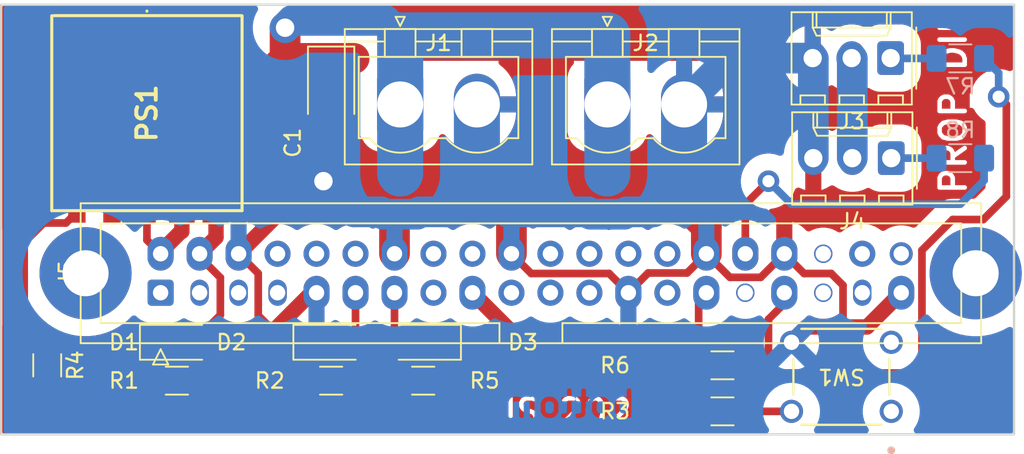
<source format=kicad_pcb>
(kicad_pcb (version 20241229) (generator "pcbnew") (generator_version "9.0")
  (layers (0 "F.Cu" signal) (2 "B.Cu" signal) (13 "F.Paste" user) (15 "B.Paste" user) (5 "F.SilkS" user "F.Silkscreen") (7 "B.SilkS" user "B.Silkscreen") (1 "F.Mask" user) (3 "B.Mask" user) (25 "Edge.Cuts" user))
  (net 0 "")
  (net 1 "GND")
  (net 2 "+3V3")
  (net 5 "Net-(J5-Pin_33)")
  (net 7 "/VBAT")
  (net 8 "Net-(PS1-TRIM)")
  (net 14 "+5V")
  (net 15 "Net-(D1-K)")
  (net 16 "Net-(D2-K)")
  (net 17 "Net-(D3-K)")
  (net 18 "/VS_SERVO")
  (net 19 "/SERVO_DIR_RPI")
  (net 20 "/PROPULSION_RPI")
  (net 21 "Net-(D2-A)")
  (net 22 "/BP1")
  (net 23 "Net-(D3-A)")
  (net 38 "Net-(J5-Pin_29)")
  (net 45 "Net-(J5-Pin_32)")
  (footprint "LED_SMD:LED_1206_3216Metric_Pad1.42x1.75mm_HandSolder" (layer "F.Cu") (at 125 107.5)
    (property "Reference" "D1" (at -3.5 0 0) (layer "F.SilkS"))
    (property "Value" "LED")
    (fp_line (start -2.46 -1.135) (end -2.46 1.135) (stroke (width 0.12)) (layer "F.SilkS"))
    (fp_line (start -2.46 1.135) (end 1.6 1.135) (stroke (width 0.12)) (layer "F.SilkS"))
    (fp_line (start 1.6 -1.135) (end -2.46 -1.135) (stroke (width 0.12)) (layer "F.SilkS"))
    (pad "1" smd roundrect (at -1.4875 0) (size 1.425 1.75) (layers "F.Cu" "F.Mask" "F.Paste") (roundrect_rratio 0.175439) (net 15 "Net-(D1-K)"))
    (pad "2" smd roundrect (at 1.4875 0) (size 1.425 1.75) (layers "F.Cu" "F.Mask" "F.Paste") (roundrect_rratio 0.175439) (net 14 "+5V"))
  )
  (footprint "Resistor_SMD:R_1206_3216Metric_Pad1.30x1.75mm_HandSolder" (layer "F.Cu") (at 160.5 109 180)
    (property "Reference" "R6" (at 7 0 0) (layer "F.SilkS"))
    (property "Value" "560")
    (fp_line (start -0.727064 0.91) (end 0.727064 0.91) (stroke (width 0.12)) (layer "F.SilkS"))
    (fp_line (start -0.727064 -0.91) (end 0.727064 -0.91) (stroke (width 0.12)) (layer "F.SilkS"))
    (pad "1" smd roundrect (at -1.55 0 180) (size 1.3 1.75) (layers "F.Cu" "F.Mask" "F.Paste") (roundrect_rratio 0.192308) (net 22 "/BP1"))
    (pad "2" smd roundrect (at 1.55 0 180) (size 1.3 1.75) (layers "F.Cu" "F.Mask" "F.Paste") (roundrect_rratio 0.192308) (net 38 "Net-(J5-Pin_29)"))
  )
  (footprint "Resistor_SMD:R_1206_3216Metric_Pad1.30x1.75mm_HandSolder" (layer "F.Cu") (at 116.5 109 -90)
    (property "Reference" "R4" (at 0 -1.83 90) (layer "F.SilkS"))
    (property "Value" "1.34k")
    (fp_line (start -0.727064 0.91) (end 0.727064 0.91) (stroke (width 0.12)) (layer "F.SilkS"))
    (fp_line (start -0.727064 -0.91) (end 0.727064 -0.91) (stroke (width 0.12)) (layer "F.SilkS"))
    (pad "1" smd roundrect (at -1.55 0 270) (size 1.3 1.75) (layers "F.Cu" "F.Mask" "F.Paste") (roundrect_rratio 0.192308) (net 8 "Net-(PS1-TRIM)"))
    (pad "2" smd roundrect (at 1.55 0 270) (size 1.3 1.75) (layers "F.Cu" "F.Mask" "F.Paste") (roundrect_rratio 0.192308) (net 1 "GND"))
  )
  (footprint "LibAJ:OKLT6W12NC" (layer "F.Cu") (at 122.997799 92.571985 -90)
    (property "Reference" "PS1" (at 0 0 90) (layer "F.SilkS") (effects (font (size 1.27 1.27) (thickness 0.254))))
    (property "Value" "OKL-T_6-W12N-C" (hide yes))
    (fp_line (start 6.35 6.2) (end -6.35 6.2) (stroke (width 0.2)) (layer "F.SilkS"))
    (fp_line (start -6.357704 6.067906) (end -6.357704 -6.122094) (stroke (width 0.2)) (layer "F.SilkS"))
    (fp_line (start -6.7 0) (end -6.7 0) (stroke (width 0.1)) (layer "F.SilkS"))
    (fp_line (start -6.6 0) (end -6.6 0) (stroke (width 0.1)) (layer "F.SilkS"))
    (fp_line (start -6.35 -6.2) (end 6.35 -6.2) (stroke (width 0.2)) (layer "F.SilkS"))
    (fp_line (start 6.35 -6.2) (end 6.35 6.2) (stroke (width 0.2)) (layer "F.SilkS"))
    (fp_arc (start -6.7 0) (mid -6.65 -0.05) (end -6.6 0) (stroke (width 0.1)) (layer "F.SilkS"))
    (fp_arc (start -6.6 0) (mid -6.65 0.05) (end -6.7 0) (stroke (width 0.1)) (layer "F.SilkS"))
    (pad "1" smd rect (at -5.571985 -0.002201 270) (size 3.14897 1.140588) (layers "F.Cu" "F.Mask" "F.Paste"))
    (pad "2" smd rect (at -5.571199 -4.580099 270) (size 3.136742 1.66972) (layers "F.Cu" "F.Mask" "F.Paste") (net 7 "/VBAT"))
    (pad "2" smd rect (at -3.43 -4.57) (size 1.905 4.19) (layers "F.Cu" "F.Mask" "F.Paste") (net 7 "/VBAT"))
    (pad "2" smd rect (at -2.334431 -5.567997) (size 3.136742 1.66972) (layers "F.Cu" "F.Mask" "F.Paste") (net 7 "/VBAT"))
    (pad "3" smd rect (at -0.001071 -5.567997) (size 3.136742 1.66972) (layers "F.Cu" "F.Mask" "F.Paste") (net 1 "GND"))
    (pad "3" smd rect (at 1.14 -4.57) (size 1.905 4.19) (layers "F.Cu" "F.Mask" "F.Paste") (net 1 "GND"))
    (pad "3" smd rect (at 2.252402 -5.567997) (size 3.136742 1.66972) (layers "F.Cu" "F.Mask" "F.Paste") (net 1 "GND"))
    (pad "4" smd rect (at 4.57 -3.43 270) (size 1.905 4.19) (layers "F.Cu" "F.Mask" "F.Paste") (net 14 "+5V"))
    (pad "4" smd rect (at 5.56329 -4.46102 270) (size 3.136742 1.66972) (layers "F.Cu" "F.Mask" "F.Paste") (net 14 "+5V"))
    (pad "4" smd rect (at 5.578669 -2.277179 270) (size 3.136742 1.66972) (layers "F.Cu" "F.Mask" "F.Paste") (net 14 "+5V"))
    (pad "5" smd rect (at 5.565871 -0.002196 270) (size 3.136742 1.140579) (layers "F.Cu" "F.Mask" "F.Paste") (net 14 "+5V"))
    (pad "6" smd rect (at 5.565871 4.564898 270) (size 3.136742 1.134796) (layers "F.Cu" "F.Mask" "F.Paste") (net 8 "Net-(PS1-TRIM)"))
    (pad "7" smd rect (at -0.004835 5.574903 270) (size 1.135296 3.154807) (layers "F.Cu" "F.Mask" "F.Paste") (net 1 "GND"))
    (pad "8" smd rect (at -2.287686 5.581296 270) (size 1.14958 3.167592) (layers "F.Cu" "F.Mask" "F.Paste"))
    (pad "9" smd rect (at -5.565593 4.564898 270) (size 3.136186 1.134796) (layers "F.Cu" "F.Mask" "F.Paste"))
    (pad "10" smd rect (at -5.571985 2.280651 270) (size 3.14897 1.126302) (layers "F.Cu" "F.Mask" "F.Paste"))
    (pad "11" smd rect (at 5.565871 2.280651 270) (size 3.136742 1.126302) (layers "F.Cu" "F.Mask" "F.Paste"))
    (pad "12" smd rect (at 2.284403 5.574903 270) (size 1.133807 3.154807) (layers "F.Cu" "F.Mask" "F.Paste"))
  )
  (footprint "LibAJ:SW_B3F-1060_OMR" (layer "F.Cu") (at 171.500002 112 180)
    (property "Reference" "SW1" (at 3.250001 2.250001 180) (layer "F.SilkS"))
    (property "Value" "B3F-1060" (hide yes))
    (fp_line (start 6.377003 3.420245) (end 6.377003 1.079756) (stroke (width 0.1524)) (layer "F.SilkS"))
    (fp_line (start 5.85823 -0.877001) (end 0.641772 -0.877001) (stroke (width 0.1524)) (layer "F.SilkS"))
    (fp_line (start 0.641772 5.377002) (end 5.85823 5.377002) (stroke (width 0.1524)) (layer "F.SilkS"))
    (fp_line (start 0.122999 1.079756) (end 0.122999 3.420245) (stroke (width 0.1524)) (layer "F.SilkS"))
    (fp_circle (center 0 -2.54) (end 0.127 -2.54) (stroke (width 0.254)) (fill no) (layer "F.SilkS"))
    (fp_circle (center 0 -2.54) (end 0.127 -2.54) (stroke (width 0.254)) (fill no) (layer "B.SilkS"))
    (pad "1" thru_hole circle (at 0 0 180) (size 1.507998 1.507998) (drill 0.999998) (layers "*.Cu" "*.Mask"))
    (pad "2" thru_hole circle (at 6.500002 0 180) (size 1.507998 1.507998) (drill 0.999998) (layers "*.Cu" "*.Mask") (net 22 "/BP1"))
    (pad "3" thru_hole circle (at 0 4.500001 180) (size 1.507998 1.507998) (drill 0.999998) (layers "*.Cu" "*.Mask"))
    (pad "4" thru_hole circle (at 6.500002 4.500001 180) (size 1.507998 1.507998) (drill 0.999998) (layers "*.Cu" "*.Mask") (net 1 "GND"))
  )
  (footprint "Connector_Molex:Molex_KK-254_AE-6410-03A_1x03_P2.54mm_Vertical" (layer "F.Cu") (at 171.5 95.5 180)
    (property "Reference" "J4" (at 2.54 -4.12 0) (layer "F.SilkS"))
    (property "Value" "Conn_01x03_Pin" (hide yes))
    (fp_line (start 6.46 2.99) (end 6.46 -3.03) (stroke (width 0.12)) (layer "F.SilkS"))
    (fp_line (start 6.46 -3.03) (end -1.38 -3.03) (stroke (width 0.12)) (layer "F.SilkS"))
    (fp_line (start 5.88 -2.43) (end 5.88 -3.03) (stroke (width 0.12)) (layer "F.SilkS"))
    (fp_line (start 5.08 1.99) (end 5.08 2.99) (stroke (width 0.12)) (layer "F.SilkS"))
    (fp_line (start 4.83 2.99) (end 4.83 1.99) (stroke (width 0.12)) (layer "F.SilkS"))
    (fp_line (start 4.83 1.46) (end 5.08 1.99) (stroke (width 0.12)) (layer "F.SilkS"))
    (fp_line (start 4.28 -2.43) (end 5.88 -2.43) (stroke (width 0.12)) (layer "F.SilkS"))
    (fp_line (start 4.28 -3.03) (end 4.28 -2.43) (stroke (width 0.12)) (layer "F.SilkS"))
    (fp_line (start 3.34 -2.43) (end 3.34 -3.03) (stroke (width 0.12)) (layer "F.SilkS"))
    (fp_line (start 1.74 -2.43) (end 3.34 -2.43) (stroke (width 0.12)) (layer "F.SilkS"))
    (fp_line (start 1.74 -3.03) (end 1.74 -2.43) (stroke (width 0.12)) (layer "F.SilkS"))
    (fp_line (start 0.8 -2.43) (end 0.8 -3.03) (stroke (width 0.12)) (layer "F.SilkS"))
    (fp_line (start 0.25 2.99) (end 0.25 1.99) (stroke (width 0.12)) (layer "F.SilkS"))
    (fp_line (start 0.25 1.46) (end 4.83 1.46) (stroke (width 0.12)) (layer "F.SilkS"))
    (fp_line (start 0 2.99) (end 0 1.99) (stroke (width 0.12)) (layer "F.SilkS"))
    (fp_line (start 0 1.99) (end 5.08 1.99) (stroke (width 0.12)) (layer "F.SilkS"))
    (fp_line (start 0 1.99) (end 0.25 1.46) (stroke (width 0.12)) (layer "F.SilkS"))
    (fp_line (start -0.8 -2.43) (end 0.8 -2.43) (stroke (width 0.12)) (layer "F.SilkS"))
    (fp_line (start -0.8 -3.03) (end -0.8 -2.43) (stroke (width 0.12)) (layer "F.SilkS"))
    (fp_line (start -1.38 2.99) (end 6.46 2.99) (stroke (width 0.12)) (layer "F.SilkS"))
    (fp_line (start -1.38 -3.03) (end -1.38 2.99) (stroke (width 0.12)) (layer "F.SilkS"))
    (fp_line (start -1.67 -2) (end -1.67 2) (stroke (width 0.12)) (layer "F.SilkS"))
    (pad "1" thru_hole roundrect (at 0 0 180) (size 1.74 2.19) (drill 1.19) (layers "*.Cu" "*.Mask") (roundrect_rratio 0.143678) (net 20 "/PROPULSION_RPI"))
    (pad "2" thru_hole oval (at 2.54 0 180) (size 1.74 2.19) (drill 1.19) (layers "*.Cu" "*.Mask") (net 18 "/VS_SERVO"))
    (pad "3" thru_hole oval (at 5.08 0 180) (size 1.74 2.19) (drill 1.19) (layers "*.Cu" "*.Mask") (net 1 "GND"))
  )
  (footprint "Resistor_SMD:R_1206_3216Metric_Pad1.30x1.75mm_HandSolder" (layer "F.Cu") (at 135 110 180)
    (property "Reference" "R2" (at 4 0 0) (layer "F.SilkS"))
    (property "Value" "1k")
    (fp_line (start -0.727064 0.91) (end 0.727064 0.91) (stroke (width 0.12)) (layer "F.SilkS"))
    (fp_line (start -0.727064 -0.91) (end 0.727064 -0.91) (stroke (width 0.12)) (layer "F.SilkS"))
    (pad "1" smd roundrect (at -1.55 0 180) (size 1.3 1.75) (layers "F.Cu" "F.Mask" "F.Paste") (roundrect_rratio 0.192308) (net 1 "GND"))
    (pad "2" smd roundrect (at 1.55 0 180) (size 1.3 1.75) (layers "F.Cu" "F.Mask" "F.Paste") (roundrect_rratio 0.192308) (net 16 "Net-(D2-K)"))
  )
  (footprint "Connector_Phoenix_MSTB:PhoenixContact_MSTBVA_2,5_2-G_1x02_P5.00mm_Vertical" (layer "F.Cu") (at 139.5 92)
    (property "Reference" "J1" (at 2.5 -4 0) (layer "F.SilkS"))
    (property "Value" "Conn_01x02" (hide yes))
    (fp_line (start -3.61 -4.91) (end -3.61 3.91) (stroke (width 0.12)) (layer "F.SilkS"))
    (fp_line (start -3.61 -4.1) (end -1.11 -4.1) (stroke (width 0.12)) (layer "F.SilkS"))
    (fp_line (start -3.61 3.91) (end 8.61 3.91) (stroke (width 0.12)) (layer "F.SilkS"))
    (fp_line (start -2.7 -3.1) (end 7.7 -3.1) (stroke (width 0.12)) (layer "F.SilkS"))
    (fp_line (start -2.7 2.2) (end -2.7 -3.1) (stroke (width 0.12)) (layer "F.SilkS"))
    (fp_line (start -2 2.2) (end -2.7 2.2) (stroke (width 0.12)) (layer "F.SilkS"))
    (fp_line (start -1 -4.91) (end 1 -4.91) (stroke (width 0.12)) (layer "F.SilkS"))
    (fp_line (start -1 -3.1) (end -1 -4.91) (stroke (width 0.12)) (layer "F.SilkS"))
    (fp_line (start -0.3 -5.71) (end 0.3 -5.71) (stroke (width 0.12)) (layer "F.SilkS"))
    (fp_line (start 0 -5.11) (end -0.3 -5.71) (stroke (width 0.12)) (layer "F.SilkS"))
    (fp_line (start 0.3 -5.71) (end 0 -5.11) (stroke (width 0.12)) (layer "F.SilkS"))
    (fp_line (start 1 -4.91) (end 1 -3.1) (stroke (width 0.12)) (layer "F.SilkS"))
    (fp_line (start 1 -4.1) (end 4 -4.1) (stroke (width 0.12)) (layer "F.SilkS"))
    (fp_line (start 1 -3.1) (end -1 -3.1) (stroke (width 0.12)) (layer "F.SilkS"))
    (fp_line (start 2 2.2) (end 3 2.2) (stroke (width 0.12)) (layer "F.SilkS"))
    (fp_line (start 4 -4.91) (end 6 -4.91) (stroke (width 0.12)) (layer "F.SilkS"))
    (fp_line (start 4 -3.1) (end 4 -4.91) (stroke (width 0.12)) (layer "F.SilkS"))
    (fp_line (start 6 -4.91) (end 6 -3.1) (stroke (width 0.12)) (layer "F.SilkS"))
    (fp_line (start 6 -3.1) (end 4 -3.1) (stroke (width 0.12)) (layer "F.SilkS"))
    (fp_line (start 7.7 -3.1) (end 7.7 2.2) (stroke (width 0.12)) (layer "F.SilkS"))
    (fp_line (start 7.7 2.2) (end 7 2.2) (stroke (width 0.12)) (layer "F.SilkS"))
    (fp_line (start 8.61 -4.91) (end -3.61 -4.91) (stroke (width 0.12)) (layer "F.SilkS"))
    (fp_line (start 8.61 -4.1) (end 6.11 -4.1) (stroke (width 0.12)) (layer "F.SilkS"))
    (fp_line (start 8.61 3.91) (end 8.61 -4.91) (stroke (width 0.12)) (layer "F.SilkS"))
    (fp_arc (start 1.986842 2.215821) (mid -0.010289 3.142758) (end -2 2.2) (stroke (width 0.12)) (layer "F.SilkS"))
    (fp_arc (start 6.986842 2.215821) (mid 4.989711 3.142758) (end 3 2.2) (stroke (width 0.12)) (layer "F.SilkS"))
    (pad "1" thru_hole roundrect (at 0 0) (size 3 4) (drill 3) (layers "*.Cu" "*.Mask") (roundrect_rratio 0.125) (net 7 "/VBAT"))
    (pad "2" thru_hole oval (at 5 0) (size 3 4) (drill 3) (layers "*.Cu" "*.Mask") (net 1 "GND"))
  )
  (footprint "Connector_Phoenix_MSTB:PhoenixContact_MSTBVA_2,5_2-G_1x02_P5.00mm_Vertical" (layer "F.Cu") (at 153 92)
    (property "Reference" "J2" (at 2.5 -4 0) (layer "F.SilkS"))
    (property "Value" "Conn_01x02" (hide yes))
    (fp_line (start -3.61 -4.91) (end -3.61 3.91) (stroke (width 0.12)) (layer "F.SilkS"))
    (fp_line (start -3.61 -4.1) (end -1.11 -4.1) (stroke (width 0.12)) (layer "F.SilkS"))
    (fp_line (start -3.61 3.91) (end 8.61 3.91) (stroke (width 0.12)) (layer "F.SilkS"))
    (fp_line (start -2.7 -3.1) (end 7.7 -3.1) (stroke (width 0.12)) (layer "F.SilkS"))
    (fp_line (start -2.7 2.2) (end -2.7 -3.1) (stroke (width 0.12)) (layer "F.SilkS"))
    (fp_line (start -2 2.2) (end -2.7 2.2) (stroke (width 0.12)) (layer "F.SilkS"))
    (fp_line (start -1 -4.91) (end 1 -4.91) (stroke (width 0.12)) (layer "F.SilkS"))
    (fp_line (start -1 -3.1) (end -1 -4.91) (stroke (width 0.12)) (layer "F.SilkS"))
    (fp_line (start -0.3 -5.71) (end 0.3 -5.71) (stroke (width 0.12)) (layer "F.SilkS"))
    (fp_line (start 0 -5.11) (end -0.3 -5.71) (stroke (width 0.12)) (layer "F.SilkS"))
    (fp_line (start 0.3 -5.71) (end 0 -5.11) (stroke (width 0.12)) (layer "F.SilkS"))
    (fp_line (start 1 -4.91) (end 1 -3.1) (stroke (width 0.12)) (layer "F.SilkS"))
    (fp_line (start 1 -4.1) (end 4 -4.1) (stroke (width 0.12)) (layer "F.SilkS"))
    (fp_line (start 1 -3.1) (end -1 -3.1) (stroke (width 0.12)) (layer "F.SilkS"))
    (fp_line (start 2 2.2) (end 3 2.2) (stroke (width 0.12)) (layer "F.SilkS"))
    (fp_line (start 4 -4.91) (end 6 -4.91) (stroke (width 0.12)) (layer "F.SilkS"))
    (fp_line (start 4 -3.1) (end 4 -4.91) (stroke (width 0.12)) (layer "F.SilkS"))
    (fp_line (start 6 -4.91) (end 6 -3.1) (stroke (width 0.12)) (layer "F.SilkS"))
    (fp_line (start 6 -3.1) (end 4 -3.1) (stroke (width 0.12)) (layer "F.SilkS"))
    (fp_line (start 7.7 -3.1) (end 7.7 2.2) (stroke (width 0.12)) (layer "F.SilkS"))
    (fp_line (start 7.7 2.2) (end 7 2.2) (stroke (width 0.12)) (layer "F.SilkS"))
    (fp_line (start 8.61 -4.91) (end -3.61 -4.91) (stroke (width 0.12)) (layer "F.SilkS"))
    (fp_line (start 8.61 -4.1) (end 6.11 -4.1) (stroke (width 0.12)) (layer "F.SilkS"))
    (fp_line (start 8.61 3.91) (end 8.61 -4.91) (stroke (width 0.12)) (layer "F.SilkS"))
    (fp_arc (start 1.986842 2.215821) (mid -0.010289 3.142758) (end -2 2.2) (stroke (width 0.12)) (layer "F.SilkS"))
    (fp_arc (start 6.986842 2.215821) (mid 4.989711 3.142758) (end 3 2.2) (stroke (width 0.12)) (layer "F.SilkS"))
    (pad "1" thru_hole roundrect (at 0 0) (size 3 4) (drill 3) (layers "*.Cu" "*.Mask") (roundrect_rratio 0.125) (net 7 "/VBAT"))
    (pad "2" thru_hole oval (at 5 0) (size 3 4) (drill 3) (layers "*.Cu" "*.Mask") (net 1 "GND"))
  )
  (footprint "dummyfp1" (layer "F.Cu") (at 178.5011 103.3786)
    (property "Reference" "UNK_HOLE_1" (hide yes))
    (property "Value" "")
    (pad "" np_thru_hole circle (at -1.5011 -0.3786) (size 6 6) (drill 3) (layers "*.Cu" "*.Mask"))
  )
  (footprint "dummyfp0" (layer "F.Cu") (at 119 103)
    (property "Reference" "UNK_HOLE_0" (hide yes))
    (property "Value" "")
    (pad "" np_thru_hole circle (at 0 0) (size 6 6) (drill 3) (layers "*.Cu" "*.Mask"))
  )
  (footprint "Resistor_SMD:R_1206_3216Metric_Pad1.30x1.75mm_HandSolder" (layer "F.Cu") (at 124.95 110)
    (property "Reference" "R1" (at -3.45 0 0) (layer "F.SilkS"))
    (property "Value" "1k")
    (fp_line (start -0.727064 -0.91) (end 0.727064 -0.91) (stroke (width 0.12)) (layer "F.SilkS"))
    (fp_line (start -0.727064 0.91) (end 0.727064 0.91) (stroke (width 0.12)) (layer "F.SilkS"))
    (pad "1" smd roundrect (at -1.55 0) (size 1.3 1.75) (layers "F.Cu" "F.Mask" "F.Paste") (roundrect_rratio 0.192308) (net 15 "Net-(D1-K)"))
    (pad "2" smd roundrect (at 1.55 0) (size 1.3 1.75) (layers "F.Cu" "F.Mask" "F.Paste") (roundrect_rratio 0.192308) (net 1 "GND"))
  )
  (footprint "LED_SMD:LED_1206_3216Metric_Pad1.42x1.75mm_HandSolder" (layer "F.Cu") (at 141 107.5 180)
    (property "Reference" "D3" (at -6.5 0 0) (layer "F.SilkS"))
    (property "Value" "LED")
    (fp_line (start 1.6 -1.135) (end -2.46 -1.135) (stroke (width 0.12)) (layer "F.SilkS"))
    (fp_line (start -2.46 1.135) (end 1.6 1.135) (stroke (width 0.12)) (layer "F.SilkS"))
    (fp_line (start -2.46 -1.135) (end -2.46 1.135) (stroke (width 0.12)) (layer "F.SilkS"))
    (pad "1" smd roundrect (at -1.4875 0 180) (size 1.425 1.75) (layers "F.Cu" "F.Mask" "F.Paste") (roundrect_rratio 0.175439) (net 17 "Net-(D3-K)"))
    (pad "2" smd roundrect (at 1.4875 0 180) (size 1.425 1.75) (layers "F.Cu" "F.Mask" "F.Paste") (roundrect_rratio 0.175439) (net 23 "Net-(D3-A)"))
  )
  (footprint "Connector_IDC:IDC-Header_2x20_P2.54mm_Vertical" (layer "F.Cu") (at 123.89 104.27 90)
    (property "Reference" "J5" (at 1.27 -6.1 90) (layer "F.SilkS"))
    (property "Value" "Conn_02x20_Odd_Even" (hide yes))
    (fp_line (start 5.83 -5.21) (end 5.83 53.47) (stroke (width 0.12)) (layer "F.SilkS"))
    (fp_line (start -3.29 -5.21) (end 5.83 -5.21) (stroke (width 0.12)) (layer "F.SilkS"))
    (fp_line (start 4.52 -3.91) (end 4.52 52.17) (stroke (width 0.12)) (layer "F.SilkS"))
    (fp_line (start -1.98 -3.91) (end 4.52 -3.91) (stroke (width 0.12)) (layer "F.SilkS"))
    (fp_line (start -4.68 -0.5) (end -4.68 0.5) (stroke (width 0.12)) (layer "F.SilkS"))
    (fp_line (start -3.68 0) (end -4.68 -0.5) (stroke (width 0.12)) (layer "F.SilkS"))
    (fp_line (start -4.68 0.5) (end -3.68 0) (stroke (width 0.12)) (layer "F.SilkS"))
    (fp_line (start -1.98 22.08) (end -1.98 -3.91) (stroke (width 0.12)) (layer "F.SilkS"))
    (fp_line (start -3.29 22.08) (end -1.98 22.08) (stroke (width 0.12)) (layer "F.SilkS"))
    (fp_line (start -1.98 26.18) (end -3.29 26.18) (stroke (width 0.12)) (layer "F.SilkS"))
    (fp_line (start 4.52 52.17) (end -1.98 52.17) (stroke (width 0.12)) (layer "F.SilkS"))
    (fp_line (start -1.98 52.17) (end -1.98 26.18) (stroke (width 0.12)) (layer "F.SilkS"))
    (fp_line (start 5.83 53.47) (end -3.29 53.47) (stroke (width 0.12)) (layer "F.SilkS"))
    (fp_line (start -3.29 53.47) (end -3.29 -5.21) (stroke (width 0.12)) (layer "F.SilkS"))
    (pad "1" thru_hole roundrect (at 0 0 90) (size 1.7 1.7) (drill 1) (layers "*.Cu" "*.Mask") (roundrect_rratio 0.147059) (net 2 "+3V3"))
    (pad "2" thru_hole oval (at 2.54 0 90) (size 2.2 1.7) (drill 1) (layers "*.Cu" "*.Mask") (net 14 "+5V"))
    (pad "3" thru_hole oval (at 0 2.54 90) (size 1.7 1.2) (drill 1) (layers "*.Cu" "*.Mask"))
    (pad "4" thru_hole oval (at 2.54 2.54 90) (size 2.2 1.7) (drill 1) (layers "*.Cu" "*.Mask") (net 14 "+5V"))
    (pad "5" thru_hole oval (at 0 5.08 90) (size 1.7 1.2) (drill 1) (layers "*.Cu" "*.Mask"))
    (pad "6" thru_hole oval (at 2.54 5.08 90) (size 2.2 1.7) (drill 1) (layers "*.Cu" "*.Mask") (net 1 "GND"))
    (pad "7" thru_hole oval (at 0 7.62 90) (size 1.7 1.2) (drill 1) (layers "*.Cu" "*.Mask"))
    (pad "8" thru_hole circle (at 2.54 7.62 90) (size 1.7 1.7) (drill 1) (layers "*.Cu" "*.Mask"))
    (pad "9" thru_hole oval (at 0 10.16 90) (size 2.2 1.7) (drill 1) (layers "*.Cu" "*.Mask") (net 1 "GND"))
    (pad "10" thru_hole circle (at 2.54 10.16 90) (size 1.7 1.7) (drill 1) (layers "*.Cu" "*.Mask"))
    (pad "11" thru_hole oval (at 0 12.7 90) (size 2.2 1.7) (drill 1) (layers "*.Cu" "*.Mask") (net 21 "Net-(D2-A)"))
    (pad "12" thru_hole circle (at 2.54 12.7 90) (size 1.7 1.7) (drill 1) (layers "*.Cu" "*.Mask"))
    (pad "13" thru_hole oval (at 0 15.24 90) (size 2.2 1.7) (drill 1) (layers "*.Cu" "*.Mask") (net 23 "Net-(D3-A)"))
    (pad "14" thru_hole oval (at 2.54 15.24 90) (size 2.2 1.7) (drill 1) (layers "*.Cu" "*.Mask") (net 1 "GND"))
    (pad "15" thru_hole circle (at 0 17.78 90) (size 1.7 1.7) (drill 1) (layers "*.Cu" "*.Mask"))
    (pad "16" thru_hole circle (at 2.54 17.78 90) (size 1.7 1.7) (drill 1) (layers "*.Cu" "*.Mask"))
    (pad "17" thru_hole oval (at 0 20.32 90) (size 2.2 1.7) (drill 1) (layers "*.Cu" "*.Mask") (net 2 "+3V3"))
    (pad "18" thru_hole circle (at 2.54 20.32 90) (size 1.7 1.7) (drill 1) (layers "*.Cu" "*.Mask"))
    (pad "19" thru_hole circle (at 0 22.86 90) (size 1.7 1.7) (drill 1) (layers "*.Cu" "*.Mask"))
    (pad "20" thru_hole oval (at 2.54 22.86 90) (size 2.2 1.7) (drill 1) (layers "*.Cu" "*.Mask") (net 1 "GND"))
    (pad "21" thru_hole circle (at 0 25.4 90) (size 1.7 1.7) (drill 1) (layers "*.Cu" "*.Mask"))
    (pad "22" thru_hole circle (at 2.54 25.4 90) (size 1.7 1.7) (drill 1) (layers "*.Cu" "*.Mask"))
    (pad "23" thru_hole circle (at 0 27.94 90) (size 1.7 1.7) (drill 1) (layers "*.Cu" "*.Mask"))
    (pad "24" thru_hole circle (at 2.54 27.94 90) (size 1.7 1.7) (drill 1) (layers "*.Cu" "*.Mask"))
    (pad "25" thru_hole oval (at 0 30.48 90) (size 2.2 1.7) (drill 1) (layers "*.Cu" "*.Mask") (net 1 "GND"))
    (pad "26" thru_hole circle (at 2.54 30.48 90) (size 1.7 1.7) (drill 1) (layers "*.Cu" "*.Mask"))
    (pad "27" thru_hole circle (at 0 33.02 90) (size 1.7 1.7) (drill 1) (layers "*.Cu" "*.Mask"))
    (pad "28" thru_hole circle (at 2.54 33.02 90) (size 1.7 1.7) (drill 1) (layers "*.Cu" "*.Mask"))
    (pad "29" thru_hole oval (at 0 35.56 90) (size 2.2 1.7) (drill 1) (layers "*.Cu" "*.Mask") (net 38 "Net-(J5-Pin_29)"))
    (pad "30" thru_hole oval (at 2.54 35.56 90) (size 2.2 1.7) (drill 1) (layers "*.Cu" "*.Mask") (net 1 "GND"))
    (pad "31" thru_hole circle (at 0 38.1 90) (size 1.2 1.2) (drill 1) (layers "*.Cu" "*.Mask"))
    (pad "32" thru_hole oval (at 2.54 38.1 90) (size 2.2 1.7) (drill 1) (layers "*.Cu" "*.Mask") (net 45 "Net-(J5-Pin_32)"))
    (pad "33" thru_hole oval (at 0 40.64 90) (size 2.2 1.7) (drill 1) (layers "*.Cu" "*.Mask") (net 5 "Net-(J5-Pin_33)"))
    (pad "34" thru_hole oval (at 2.54 40.64 90) (size 2.2 1.7) (drill 1) (layers "*.Cu" "*.Mask") (net 1 "GND"))
    (pad "35" thru_hole circle (at 0 43.18 90) (size 1.2 1.2) (drill 1) (layers "*.Cu" "*.Mask"))
    (pad "36" thru_hole circle (at 2.54 43.18 90) (size 1.2 1.2) (drill 1) (layers "*.Cu" "*.Mask"))
    (pad "37" thru_hole oval (at 0 45.72 90) (size 1.7 1.2) (drill 1) (layers "*.Cu" "*.Mask"))
    (pad "38" thru_hole circle (at 2.54 45.72 90) (size 1.7 1.7) (drill 1) (layers "*.Cu" "*.Mask"))
    (pad "39" thru_hole oval (at 0 48.26 90) (size 2.2 1.7) (drill 1) (layers "*.Cu" "*.Mask") (net 1 "GND"))
    (pad "40" thru_hole circle (at 2.54 48.26 90) (size 1.5 1.5) (drill 1) (layers "*.Cu" "*.Mask"))
  )
  (footprint "Capacitor_Tantalum_SMD:CP_EIA-3528-12_Kemet-T_HandSolder" (layer "F.Cu") (at 135 90.8725 -90)
    (property "Reference" "C1" (at 3.6275 2.5 90) (layer "F.SilkS"))
    (property "Value" "100u")
    (fp_line (start -2.645 1.51) (end 1.75 1.51) (stroke (width 0.12)) (layer "F.SilkS"))
    (fp_line (start -2.645 -1.51) (end -2.645 1.51) (stroke (width 0.12)) (layer "F.SilkS"))
    (fp_line (start 1.75 -1.51) (end -2.645 -1.51) (stroke (width 0.12)) (layer "F.SilkS"))
    (pad "1" smd roundrect (at -1.6275 0 270) (size 1.515 2.39) (layers "F.Cu" "F.Mask" "F.Paste") (roundrect_rratio 0.165017) (net 7 "/VBAT"))
    (pad "2" smd roundrect (at 1.6275 0 270) (size 1.515 2.39) (layers "F.Cu" "F.Mask" "F.Paste") (roundrect_rratio 0.165017) (net 1 "GND"))
  )
  (footprint "Connector_Molex:Molex_KK-254_AE-6410-03A_1x03_P2.54mm_Vertical" (layer "F.Cu") (at 171.46 88.98 180)
    (property "Reference" "J3" (at 2.54 -4.12 0) (layer "F.SilkS"))
    (property "Value" "Conn_01x03_Pin" (hide yes))
    (fp_line (start 6.46 2.99) (end 6.46 -3.03) (stroke (width 0.12)) (layer "F.SilkS"))
    (fp_line (start 6.46 -3.03) (end -1.38 -3.03) (stroke (width 0.12)) (layer "F.SilkS"))
    (fp_line (start 5.88 -2.43) (end 5.88 -3.03) (stroke (width 0.12)) (layer "F.SilkS"))
    (fp_line (start 5.08 1.99) (end 5.08 2.99) (stroke (width 0.12)) (layer "F.SilkS"))
    (fp_line (start 4.83 2.99) (end 4.83 1.99) (stroke (width 0.12)) (layer "F.SilkS"))
    (fp_line (start 4.83 1.46) (end 5.08 1.99) (stroke (width 0.12)) (layer "F.SilkS"))
    (fp_line (start 4.28 -2.43) (end 5.88 -2.43) (stroke (width 0.12)) (layer "F.SilkS"))
    (fp_line (start 4.28 -3.03) (end 4.28 -2.43) (stroke (width 0.12)) (layer "F.SilkS"))
    (fp_line (start 3.34 -2.43) (end 3.34 -3.03) (stroke (width 0.12)) (layer "F.SilkS"))
    (fp_line (start 1.74 -2.43) (end 3.34 -2.43) (stroke (width 0.12)) (layer "F.SilkS"))
    (fp_line (start 1.74 -3.03) (end 1.74 -2.43) (stroke (width 0.12)) (layer "F.SilkS"))
    (fp_line (start 0.8 -2.43) (end 0.8 -3.03) (stroke (width 0.12)) (layer "F.SilkS"))
    (fp_line (start 0.25 2.99) (end 0.25 1.99) (stroke (width 0.12)) (layer "F.SilkS"))
    (fp_line (start 0.25 1.46) (end 4.83 1.46) (stroke (width 0.12)) (layer "F.SilkS"))
    (fp_line (start 0 2.99) (end 0 1.99) (stroke (width 0.12)) (layer "F.SilkS"))
    (fp_line (start 0 1.99) (end 5.08 1.99) (stroke (width 0.12)) (layer "F.SilkS"))
    (fp_line (start 0 1.99) (end 0.25 1.46) (stroke (width 0.12)) (layer "F.SilkS"))
    (fp_line (start -0.8 -2.43) (end 0.8 -2.43) (stroke (width 0.12)) (layer "F.SilkS"))
    (fp_line (start -0.8 -3.03) (end -0.8 -2.43) (stroke (width 0.12)) (layer "F.SilkS"))
    (fp_line (start -1.38 2.99) (end 6.46 2.99) (stroke (width 0.12)) (layer "F.SilkS"))
    (fp_line (start -1.38 -3.03) (end -1.38 2.99) (stroke (width 0.12)) (layer "F.SilkS"))
    (fp_line (start -1.67 -2) (end -1.67 2) (stroke (width 0.12)) (layer "F.SilkS"))
    (pad "1" thru_hole roundrect (at 0 0 180) (size 1.74 2.19) (drill 1.19) (layers "*.Cu" "*.Mask") (roundrect_rratio 0.143678) (net 19 "/SERVO_DIR_RPI"))
    (pad "2" thru_hole oval (at 2.54 0 180) (size 1.74 2.19) (drill 1.19) (layers "*.Cu" "*.Mask") (net 18 "/VS_SERVO"))
    (pad "3" thru_hole oval (at 5.08 0 180) (size 1.74 2.19) (drill 1.19) (layers "*.Cu" "*.Mask") (net 1 "GND"))
  )
  (footprint "Resistor_SMD:R_1206_3216Metric_Pad1.30x1.75mm_HandSolder" (layer "F.Cu") (at 160.5 112 180)
    (property "Reference" "R3" (at 7 0 0) (layer "F.SilkS"))
    (property "Value" "10k")
    (fp_line (start -0.727064 0.91) (end 0.727064 0.91) (stroke (width 0.12)) (layer "F.SilkS"))
    (fp_line (start -0.727064 -0.91) (end 0.727064 -0.91) (stroke (width 0.12)) (layer "F.SilkS"))
    (pad "1" smd roundrect (at -1.55 0 180) (size 1.3 1.75) (layers "F.Cu" "F.Mask" "F.Paste") (roundrect_rratio 0.192308) (net 22 "/BP1"))
    (pad "2" smd roundrect (at 1.55 0 180) (size 1.3 1.75) (layers "F.Cu" "F.Mask" "F.Paste") (roundrect_rratio 0.192308) (net 2 "+3V3"))
  )
  (footprint "Resistor_SMD:R_1206_3216Metric_Pad1.30x1.75mm_HandSolder" (layer "F.Cu") (at 141 110)
    (property "Reference" "R5" (at 4 0 0) (layer "F.SilkS"))
    (property "Value" "1k")
    (fp_line (start -0.727064 -0.91) (end 0.727064 -0.91) (stroke (width 0.12)) (layer "F.SilkS"))
    (fp_line (start -0.727064 0.91) (end 0.727064 0.91) (stroke (width 0.12)) (layer "F.SilkS"))
    (pad "1" smd roundrect (at -1.55 0) (size 1.3 1.75) (layers "F.Cu" "F.Mask" "F.Paste") (roundrect_rratio 0.192308) (net 1 "GND"))
    (pad "2" smd roundrect (at 1.55 0) (size 1.3 1.75) (layers "F.Cu" "F.Mask" "F.Paste") (roundrect_rratio 0.192308) (net 17 "Net-(D3-K)"))
  )
  (footprint "LED_SMD:LED_1206_3216Metric_Pad1.42x1.75mm_HandSolder" (layer "F.Cu") (at 135 107.5)
    (property "Reference" "D2" (at -6.5 0 0) (layer "F.SilkS"))
    (property "Value" "LED")
    (fp_line (start -2.46 -1.135) (end -2.46 1.135) (stroke (width 0.12)) (layer "F.SilkS"))
    (fp_line (start -2.46 1.135) (end 1.6 1.135) (stroke (width 0.12)) (layer "F.SilkS"))
    (fp_line (start 1.6 -1.135) (end -2.46 -1.135) (stroke (width 0.12)) (layer "F.SilkS"))
    (pad "1" smd roundrect (at -1.4875 0) (size 1.425 1.75) (layers "F.Cu" "F.Mask" "F.Paste") (roundrect_rratio 0.175439) (net 16 "Net-(D2-K)"))
    (pad "2" smd roundrect (at 1.4875 0) (size 1.425 1.75) (layers "F.Cu" "F.Mask" "F.Paste") (roundrect_rratio 0.175439) (net 21 "Net-(D2-A)"))
  )
  (footprint "Resistor_SMD:R_1206_3216Metric_Pad1.30x1.75mm_HandSolder" (layer "B.Cu") (at 176 95.5 180)
    (property "Reference" "R8" (at 0 1.83 0) (layer "B.SilkS") (effects (justify mirror)))
    (property "Value" "560")
    (fp_line (start -0.727064 0.91) (end 0.727064 0.91) (stroke (width 0.12)) (layer "B.SilkS"))
    (fp_line (start -0.727064 -0.91) (end 0.727064 -0.91) (stroke (width 0.12)) (layer "B.SilkS"))
    (pad "1" smd roundrect (at -1.55 0 180) (size 1.3 1.75) (layers "B.Cu" "B.Mask" "B.Paste") (roundrect_rratio 0.192308) (net 45 "Net-(J5-Pin_32)"))
    (pad "2" smd roundrect (at 1.55 0 180) (size 1.3 1.75) (layers "B.Cu" "B.Mask" "B.Paste") (roundrect_rratio 0.192308) (net 20 "/PROPULSION_RPI"))
  )
  (footprint "Resistor_SMD:R_1206_3216Metric_Pad1.30x1.75mm_HandSolder" (layer "B.Cu") (at 176 89)
    (property "Reference" "R7" (at 0 1.83 0) (layer "B.SilkS") (effects (justify mirror)))
    (property "Value" "560")
    (fp_line (start -0.727064 -0.91) (end 0.727064 -0.91) (stroke (width 0.12)) (layer "B.SilkS"))
    (fp_line (start -0.727064 0.91) (end 0.727064 0.91) (stroke (width 0.12)) (layer "B.SilkS"))
    (pad "1" smd roundrect (at -1.55 0) (size 1.3 1.75) (layers "B.Cu" "B.Mask" "B.Paste") (roundrect_rratio 0.192308) (net 19 "/SERVO_DIR_RPI"))
    (pad "2" smd roundrect (at 1.55 0) (size 1.3 1.75) (layers "B.Cu" "B.Mask" "B.Paste") (roundrect_rratio 0.192308) (net 5 "Net-(J5-Pin_33)"))
  )
  (gr_line (start 113.5 113.5) (end 113.5 85.5) (stroke (width 0.1524)) (layer "Edge.Cuts"))
  (gr_line (start 179.5 85.5) (end 179.5 113.5) (stroke (width 0.1524)) (layer "Edge.Cuts"))
  (gr_line (start 179.5 113.5) (end 113.5 113.5) (stroke (width 0.1524)) (layer "Edge.Cuts"))
  (gr_line (start 113.5 85.5) (end 179.5 85.5) (stroke (width 0.1524)) (layer "Edge.Cuts"))
  (gr_text "DIR" (at 176.5 90 90) (layer "F.Cu" knockout) (effects (font (size 1.63576 1.63576) (thickness 0.3) (bold yes)) (justify left bottom)))
  (gr_text "AJ CS\nENS 2025" (at 150 113 0) (layer "F.Cu" knockout) (effects (font (size 1.63576 1.63576) (thickness 0.3) (bold yes)) (justify bottom)))
  (gr_text "PROP" (at 176.5 98 90) (layer "F.Cu" knockout) (effects (font (size 1.63576 1.63576) (thickness 0.3) (bold yes)) (justify left bottom)))
  (gr_text "CoVAPSy RPI Only" (at 138.5 88.5 0) (layer "F.Cu" knockout) (effects (font (size 1.63576 1.63576) (thickness 0.3) (bold yes)) (justify left bottom)))
  (gr_text "bottom" (at 155 112.5 0) (layer "B.Cu" knockout) (effects (font (size 1.63576 1.63576) (thickness 0.3) (bold yes)) (justify left bottom mirror)))
  (segment (start 130.5 111) (end 129.5 110) (width 1) (layer "F.Cu") (net 1))
  (segment (start 158.5 99) (end 159.45 99.95) (width 2) (layer "F.Cu") (net 1))
  (segment (start 139.45 110) (end 136.55 110) (width 1) (layer "F.Cu") (net 1))
  (segment (start 155.6566 102.9834) (end 158.1966 102.9834) (width 0.5) (layer "F.Cu") (net 1))
  (segment (start 132.5 92.570914) (end 132.5 95) (width 2) (layer "F.Cu") (net 1))
  (segment (start 167.589176 103.0166) (end 168.3566 103.784024) (width 0.5) (layer "F.Cu") (net 1))
  (segment (start 136.5 110) (end 134.5 112) (width 1) (layer "F.Cu") (net 1))
  (segment (start 164.53 101.73) (end 165.8166 103.0166) (width 0.5) (layer "F.Cu") (net 1))
  (segment (start 129.5 110) (end 128.5 110) (width 1) (layer "F.Cu") (net 1))
  (segment (start 146.75 98.75) (end 149 96.5) (width 2) (layer "F.Cu") (net 1))
  (segment (start 137 97) (end 145 97) (width 2) (layer "F.Cu") (net 1))
  (segment (start 166.5 106.5) (end 165.999999 106.5) (width 1) (layer "F.Cu") (net 1))
  (segment (start 114.0772 93.4228) (end 114.93285 92.56715) (width 1) (layer "F.Cu") (net 1))
  (segment (start 146.75 98.75) (end 146.75 101.73) (width 2) (layer "F.Cu") (net 1))
  (segment (start 156 96.5) (end 158.5 99) (width 2) (layer "F.Cu") (net 1))
  (segment (start 132.5 95) (end 134.5 97) (width 2) (layer "F.Cu") (net 1))
  (segment (start 130.25 103.01) (end 128.97 101.73) (width 0.5) (layer "F.Cu") (net 1))
  (segment (start 131 111) (end 130.5 111) (width 1) (layer "F.Cu") (net 1))
  (segment (start 131 106.5) (end 130.25 105.75) (width 0.5) (layer "F.Cu") (net 1))
  (segment (start 168.5 106.5) (end 166.5 106.5) (width 1) (layer "F.Cu") (net 1))
  (segment (start 148.0366 103.0166) (end 146.75 101.73) (width 0.5) (layer "F.Cu") (net 1))
  (segment (start 149 96.5) (end 156 96.5) (width 2) (layer "F.Cu") (net 1))
  (segment (start 117.95 112) (end 116.5 110.55) (width 1) (layer "F.Cu") (net 1))
  (segment (start 154.37 104.27) (end 155.6566 102.9834) (width 0.5) (layer "F.Cu") (net 1))
  (segment (start 158.1966 102.9834) (end 159.45 101.73) (width 0.5) (layer "F.Cu") (net 1))
  (segment (start 132 98.7) (end 132 95.5) (width 1) (layer "F.Cu") (net 1))
  (segment (start 131.324387 94.824387) (end 128.565796 94.824387) (width 1) (layer "F.Cu") (net 1))
  (segment (start 168.3566 103.784024) (end 168.3566 106.3566) (width 0.5) (layer "F.Cu") (net 1))
  (segment (start 154.37 104.27) (end 153.1166 103.0166) (width 0.5) (layer "F.Cu") (net 1))
  (segment (start 159.45 99.95) (end 159.45 101.73) (width 2) (layer "F.Cu") (net 1))
  (segment (start 134.5 112) (end 132 112) (width 1) (layer "F.Cu") (net 1))
  (segment (start 139.13 99.13) (end 139.13 101.73) (width 2) (layer "F.Cu") (net 1))
  (segment (start 169.92 106.5) (end 168.5 106.5) (width 1) (layer "F.Cu") (net 1))
  (segment (start 128.565796 92.570914) (end 132.5 92.570914) (width 2) (layer "F.Cu") (net 1))
  (segment (start 133.73 104.27) (end 134.05 104.27) (width 1) (layer "F.Cu") (net 1))
  (segment (start 164.53 101.73) (end 162.9934 103.2666) (width 0.5) (layer "F.Cu") (net 1))
  (segment (start 165.999999 106.5) (end 165 107.499999) (width 1) (layer "F.Cu") (net 1))
  (segment (start 128.5 110) (end 126.5 110) (width 1) (layer "F.Cu") (net 1))
  (segment (start 162.9934 103.2666) (end 160.9866 103.2666) (width 0.5) (layer "F.Cu") (net 1))
  (segment (start 172.15 104.27) (end 169.92 106.5) (width 1) (layer "F.Cu") (net 1))
  (segment (start 145 97) (end 146.75 98.75) (width 2) (layer "F.Cu") (net 1))
  (segment (start 132.5 92.570914) (end 134.570914 92.570914) (width 2) (layer "F.Cu") (net 1))
  (segment (start 128.5 110) (end 126.5 112) (width 1) (layer "F.Cu") (net 1))
  (segment (start 153.1166 103.0166) (end 148.0366 103.0166) (width 0.5) (layer "F.Cu") (net 1))
  (segment (start 134.5 97) (end 137 97) (width 2) (layer "F.Cu") (net 1))
  (segment (start 114.93285 92.56715) (end 117.422896 92.56715) (width 1) (layer "F.Cu") (net 1))
  (segment (start 128.97 101.73) (end 132 98.7) (width 1) (layer "F.Cu") (net 1))
  (segment (start 168.3566 106.3566) (end 168.5 106.5) (width 0.5) (layer "F.Cu") (net 1))
  (segment (start 132 112) (end 131 111) (width 1) (layer "F.Cu") (net 1))
  (segment (start 131 111) (end 131 107) (width 1) (layer "F.Cu") (net 1))
  (segment (start 134.05 105.05) (end 134.05 104.27) (width 1) (layer "F.Cu") (net 1))
  (segment (start 131 107) (end 133.73 104.27) (width 1) (layer "F.Cu") (net 1))
  (segment (start 116.5 110.55) (end 114.0772 108.1272) (width 1) (layer "F.Cu") (net 1))
  (segment (start 137 97) (end 139.13 99.13) (width 2) (layer "F.Cu") (net 1))
  (segment (start 130.25 105.75) (end 130.25 103.01) (width 0.5) (layer "F.Cu") (net 1))
  (segment (start 126.5 112) (end 117.95 112) (width 1) (layer "F.Cu") (net 1))
  (segment (start 165.8166 103.0166) (end 167.589176 103.0166) (width 0.5) (layer "F.Cu") (net 1))
  (segment (start 131 107) (end 131 106.5) (width 0.5) (layer "F.Cu") (net 1))
  (segment (start 132 95.5) (end 131.324387 94.824387) (width 1) (layer "F.Cu") (net 1))
  (segment (start 136.55 110) (end 136.5 110) (width 1) (layer "F.Cu") (net 1))
  (segment (start 160.9866 103.2666) (end 159.45 101.73) (width 0.5) (layer "F.Cu") (net 1))
  (segment (start 114.0772 108.1272) (end 114.0772 93.4228) (width 1) (layer "F.Cu") (net 1))
  (via (at 134.5 97) (size 2) (drill 1.2) (layers "F.Cu" "B.Cu") (net 1))
  (segment (start 134.5 97) (end 136.5 99) (width 2) (layer "B.Cu") (net 1))
  (segment (start 144.5 97) (end 146.5 99) (width 2) (layer "B.Cu") (net 1))
  (segment (start 154.252474 99) (end 156 99) (width 2) (layer "B.Cu") (net 1))
  (segment (start 140.599074 99.1534) (end 140.752474 99) (width 2) (layer "B.Cu") (net 1))
  (segment (start 154.099074 99.1534) (end 154.252474 99) (width 2) (layer "B.Cu") (net 1))
  (segment (start 142.5 99) (end 144.5 97) (width 2) (layer "B.Cu") (net 1))
  (segment (start 166.42 89.02) (end 166.38 88.98) (width 2) (layer "B.Cu") (net 1))
  (segment (start 140.752474 99) (end 142.5 99) (width 2) (layer "B.Cu") (net 1))
  (segment (start 166.42 95.5) (end 166.42 89.02) (width 2) (layer "B.Cu") (net 1))
  (segment (start 161.02 88.98) (end 158 92) (width 2) (layer "B.Cu") (net 1))
  (segment (start 138.400926 99.1534) (end 140.599074 99.1534) (width 2) (layer "B.Cu") (net 1))
  (segment (start 151.747526 99) (end 151.900926 99.1534) (width 2) (layer "B.Cu") (net 1))
  (segment (start 158 92) (end 158 97) (width 3) (layer "B.Cu") (net 1))
  (segment (start 144.5 92) (end 144.5 97) (width 3) (layer "B.Cu") (net 1))
  (segment (start 166.38 88.98) (end 161.02 88.98) (width 2) (layer "B.Cu") (net 1))
  (segment (start 136.5 99) (end 138.247526 99) (width 2) (layer "B.Cu") (net 1))
  (segment (start 146.5 99) (end 151.747526 99) (width 2) (layer "B.Cu") (net 1))
  (segment (start 156 99) (end 158 97) (width 2) (layer "B.Cu") (net 1))
  (segment (start 138.247526 99) (end 138.400926 99.1534) (width 2) (layer "B.Cu") (net 1))
  (segment (start 151.900926 99.1534) (end 154.099074 99.1534) (width 2) (layer "B.Cu") (net 1))
  (segment (start 157 110.05) (end 158.95 112) (width 1) (layer "F.Cu") (net 2))
  (segment (start 146.94 107) (end 156.5 107) (width 1) (layer "F.Cu") (net 2))
  (segment (start 144.21 104.27) (end 146.94 107) (width 1) (layer "F.Cu") (net 2))
  (segment (start 123.89 104.27) (end 123.73 104.27) (width 1) (layer "F.Cu") (net 2))
  (segment (start 156.5 107) (end 157 107.5) (width 1) (layer "F.Cu") (net 2))
  (segment (start 157 107.5) (end 157 110.05) (width 1) (layer "F.Cu") (net 2))
  (segment (start 175.5 99.5) (end 177.5 99.5) (width 0.5) (layer "F.Cu") (net 5))
  (segment (start 173.5 101.5) (end 175.5 99.5) (width 0.5) (layer "F.Cu") (net 5))
  (segment (start 179 98) (end 179 92) (width 0.5) (layer "F.Cu") (net 5))
  (segment (start 164 109.5) (end 172.5 109.5) (width 0.5) (layer "F.Cu") (net 5))
  (segment (start 163.5 109) (end 164 109.5) (width 0.5) (layer "F.Cu") (net 5))
  (segment (start 179 92) (end 178.5 91.5) (width 0.5) (layer "F.Cu") (net 5))
  (segment (start 173.5 108.5) (end 173.5 101.5) (width 0.5) (layer "F.Cu") (net 5))
  (segment (start 164.53 104.97) (end 163.5 106) (width 0.5) (layer "F.Cu") (net 5))
  (segment (start 163.5 106) (end 163.5 109) (width 0.5) (layer "F.Cu") (net 5))
  (segment (start 164.53 104.27) (end 164.53 104.97) (width 0.5) (layer "F.Cu") (net 5))
  (segment (start 177.5 99.5) (end 179 98) (width 0.5) (layer "F.Cu") (net 5))
  (segment (start 172.5 109.5) (end 173.5 108.5) (width 0.5) (layer "F.Cu") (net 5))
  (via (at 178.5 91.5) (size 1.4) (drill 0.8) (layers "F.Cu" "B.Cu") (net 5))
  (segment (start 178.5 89.95) (end 177.55 89) (width 0.5) (layer "B.Cu") (net 5))
  (segment (start 178.5 91.5) (end 178.5 89.95) (width 0.5) (layer "B.Cu") (net 5))
  (segment (start 131 90) (end 132 89) (width 2) (layer "F.Cu") (net 7))
  (segment (start 128.80335 90) (end 131 90) (width 2) (layer "F.Cu") (net 7))
  (segment (start 132 89) (end 132 87) (width 2) (layer "F.Cu") (net 7))
  (segment (start 128.565796 90.237554) (end 128.80335 90) (width 2) (layer "F.Cu") (net 7))
  (segment (start 132 89) (end 136.5 89) (width 2) (layer "F.Cu") (net 7))
  (via (at 132 87) (size 2) (drill 1.2) (layers "F.Cu" "B.Cu") (net 7))
  (segment (start 139.5 87.5) (end 153 87.5) (width 3) (layer "B.Cu") (net 7))
  (segment (start 132 87) (end 132.474 86.526) (width 2) (layer "B.Cu") (net 7))
  (segment (start 138.526 86.526) (end 139.5 87.5) (width 2) (layer "B.Cu") (net 7))
  (segment (start 139.5 92) (end 139.5 87.5) (width 3) (layer "B.Cu") (net 7))
  (segment (start 132.474 86.526) (end 138.526 86.526) (width 2) (layer "B.Cu") (net 7))
  (segment (start 153 87.5) (end 153 96.5) (width 3) (layer "B.Cu") (net 7))
  (segment (start 139.5 92) (end 139.5 96.5) (width 3) (layer "B.Cu") (net 7))
  (segment (start 118.432901 98.137856) (end 118.432901 99.017099) (width 0.5) (layer "F.Cu") (net 8))
  (segment (start 115 105.5) (end 115 101) (width 0.5) (layer "F.Cu") (net 8))
  (segment (start 115 101) (end 116.275 99.725) (width 0.5) (layer "F.Cu") (net 8))
  (segment (start 116.275 99.725) (end 117.725 99.725) (width 0.5) (layer "F.Cu") (net 8))
  (segment (start 118.432901 99.017099) (end 117.725 99.725) (width 0.5) (layer "F.Cu") (net 8))
  (segment (start 116.5 107.45) (end 116.5 107) (width 0.5) (layer "F.Cu") (net 8))
  (segment (start 116.5 107) (end 115 105.5) (width 0.5) (layer "F.Cu") (net 8))
  (segment (start 125.25 100.25) (end 125.274978 100.274978) (width 1) (layer "F.Cu") (net 14))
  (segment (start 123.89 101.61) (end 125.25 100.25) (width 1) (layer "F.Cu") (net 14))
  (segment (start 123.89 101.73) (end 123.89 101.61) (width 1) (layer "F.Cu") (net 14))
  (segment (start 127.782285 105.717715) (end 127.782285 103.282285) (width 0.5) (layer "F.Cu") (net 14))
  (segment (start 126.4875 107.5) (end 126.4875 107.0125) (width 0.5) (layer "F.Cu") (net 14))
  (segment (start 126.43 101.73) (end 127.5 100.66) (width 1) (layer "F.Cu") (net 14))
  (segment (start 127.782285 103.282285) (end 126.43 101.93) (width 0.5) (layer "F.Cu") (net 14))
  (segment (start 126.4875 107.0125) (end 127.782285 105.717715) (width 0.5) (layer "F.Cu") (net 14))
  (segment (start 126.43 101.93) (end 126.43 101.73) (width 0.5) (layer "F.Cu") (net 14))
  (segment (start 127.5 100.66) (end 127.5 98.176456) (width 1) (layer "F.Cu") (net 14))
  (segment (start 125.274978 100.274978) (end 125.274978 98.150654) (width 1) (layer "F.Cu") (net 14))
  (segment (start 122.999995 98.137856) (end 122.999995 100.839995) (width 0.5) (layer "F.Cu") (net 14))
  (segment (start 122.999995 100.839995) (end 123.89 101.73) (width 0.5) (layer "F.Cu") (net 14))
  (segment (start 127.5 98.176456) (end 127.458819 98.135275) (width 1) (layer "F.Cu") (net 14))
  (segment (start 123.5125 107.5) (end 123.5125 109.8875) (width 0.5) (layer "F.Cu") (net 15))
  (segment (start 123.5125 109.8875) (end 123.4 110) (width 0.5) (layer "F.Cu") (net 15))
  (segment (start 133.5125 107.5) (end 133.5125 109.9375) (width 0.5) (layer "F.Cu") (net 16))
  (segment (start 133.5125 109.9375) (end 133.45 110) (width 0.5) (layer "F.Cu") (net 16))
  (segment (start 142.4875 107.5) (end 142.4875 109.9375) (width 0.5) (layer "F.Cu") (net 17))
  (segment (start 142.4875 109.9375) (end 142.55 110) (width 0.5) (layer "F.Cu") (net 17))
  (segment (start 168.96 95.5) (end 168.96 89.02) (width 2) (layer "B.Cu") (net 18))
  (segment (start 168.96 89.02) (end 168.92 88.98) (width 2) (layer "B.Cu") (net 18))
  (segment (start 171.48 89) (end 171.46 88.98) (width 0.5) (layer "B.Cu") (net 19))
  (segment (start 174.45 89) (end 171.48 89) (width 0.5) (layer "B.Cu") (net 19))
  (segment (start 174.45 95.5) (end 171.5 95.5) (width 0.5) (layer "B.Cu") (net 20))
  (segment (start 136.59 107.3975) (end 136.4875 107.5) (width 0.5) (layer "F.Cu") (net 21))
  (segment (start 136.59 104.27) (end 136.59 107.3975) (width 0.5) (layer "F.Cu") (net 21))
  (segment (start 162.05 112) (end 162.05 109) (width 0.5) (layer "F.Cu") (net 22))
  (segment (start 165 112) (end 162.05 112) (width 0.5) (layer "F.Cu") (net 22))
  (segment (start 139.13 107.1175) (end 139.5125 107.5) (width 0.5) (layer "F.Cu") (net 23))
  (segment (start 139.13 104.27) (end 139.13 107.1175) (width 0.5) (layer "F.Cu") (net 23))
  (segment (start 158.95 109) (end 158.95 104.77) (width 0.5) (layer "F.Cu") (net 38))
  (segment (start 158.95 104.77) (end 159.45 104.27) (width 0.5) (layer "F.Cu") (net 38))
  (segment (start 163.5 97) (end 161.99 98.51) (width 0.5) (layer "F.Cu") (net 45))
  (segment (start 161.99 98.51) (end 161.99 101.73) (width 0.5) (layer "F.Cu") (net 45))
  (via (at 163.5 97) (size 1.4) (drill 0.8) (layers "F.Cu" "B.Cu") (net 45))
  (segment (start 177.55 96.95) (end 177.55 95.5) (width 0.5) (layer "B.Cu") (net 45))
  (segment (start 163.5 97) (end 165 98.5) (width 0.5) (layer "B.Cu") (net 45))
  (segment (start 165 98.5) (end 176 98.5) (width 0.5) (layer "B.Cu") (net 45))
  (segment (start 176 98.5) (end 177.55 96.95) (width 0.5) (layer "B.Cu") (net 45))
  (zone (net 1) (net_name "GND") (layer "F.Cu") (priority 6) (connect_pads (clearance 1.1)) (min_thickness 0.5) (fill yes (thermal_gap 1.05) (thermal_bridge_width 1.05))
    (polygon (pts (xy 180.021214 113.5) (xy 113.521214 113.5) (xy 113.521214 85.5) (xy 180.021214 85.5)))
  )
  (zone (net 1) (net_name "GND") (layer "B.Cu") (priority 6) (connect_pads (clearance 1.1)) (min_thickness 0.5) (fill yes (thermal_gap 1.05) (thermal_bridge_width 1.05))
    (polygon (pts (xy 180.160084 113.5) (xy 113.660084 113.5) (xy 113.660084 85.5) (xy 180.160084 85.5)))
  )
)
</source>
